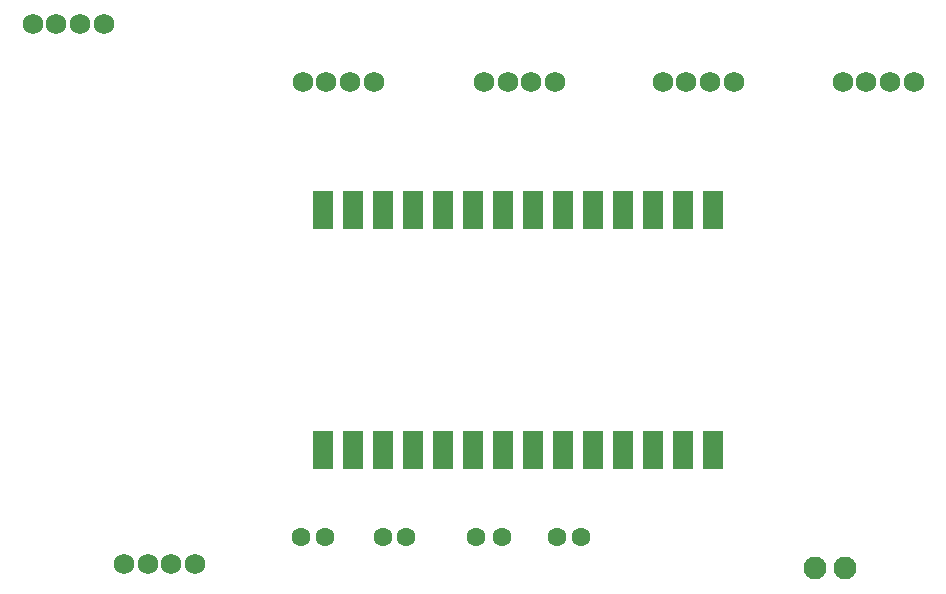
<source format=gbs>
G04 Layer: BottomSolderMaskLayer*
G04 EasyEDA v6.4.25, 2021-11-24T08:33:18+01:00*
G04 bd25dea3b5db44dbbe4f44f780b62c0e,10*
G04 Gerber Generator version 0.2*
G04 Scale: 100 percent, Rotated: No, Reflected: No *
G04 Dimensions in millimeters *
G04 leading zeros omitted , absolute positions ,4 integer and 5 decimal *
%FSLAX45Y45*%
%MOMM*%

%ADD20C,1.7272*%
%ADD22C,1.9532*%
%ADD23C,1.6032*%

%LPD*%
D20*
G01*
X10622000Y9423400D03*
G01*
X10822000Y9423400D03*
G01*
X11021999Y9423400D03*
G01*
X11221999Y9423400D03*
G01*
X11996699Y4851400D03*
G01*
X11396700Y4851400D03*
G01*
X11596700Y4851400D03*
G01*
X11796699Y4851400D03*
G01*
X18079999Y8928100D03*
G01*
X17480000Y8928100D03*
G01*
X17680000Y8928100D03*
G01*
X17879999Y8928100D03*
G36*
X12995909Y5656326D02*
G01*
X12995909Y5976873D01*
X13166090Y5976873D01*
X13166090Y5656326D01*
G37*
G36*
X13249909Y5656326D02*
G01*
X13249909Y5976873D01*
X13420090Y5976873D01*
X13420090Y5656326D01*
G37*
G36*
X13503909Y5656326D02*
G01*
X13503909Y5976873D01*
X13674090Y5976873D01*
X13674090Y5656326D01*
G37*
G36*
X13757909Y5656326D02*
G01*
X13757909Y5976873D01*
X13928090Y5976873D01*
X13928090Y5656326D01*
G37*
G36*
X14265909Y5656326D02*
G01*
X14265909Y5976873D01*
X14436090Y5976873D01*
X14436090Y5656326D01*
G37*
G36*
X14519909Y5656326D02*
G01*
X14519909Y5976873D01*
X14690090Y5976873D01*
X14690090Y5656326D01*
G37*
G36*
X14773909Y5656326D02*
G01*
X14773909Y5976873D01*
X14944090Y5976873D01*
X14944090Y5656326D01*
G37*
G36*
X15027909Y5656326D02*
G01*
X15027909Y5976873D01*
X15198090Y5976873D01*
X15198090Y5656326D01*
G37*
G36*
X15281909Y5656326D02*
G01*
X15281909Y5976873D01*
X15452090Y5976873D01*
X15452090Y5656326D01*
G37*
G36*
X15535909Y5656326D02*
G01*
X15535909Y5976873D01*
X15706090Y5976873D01*
X15706090Y5656326D01*
G37*
G36*
X15789909Y5656326D02*
G01*
X15789909Y5976873D01*
X15960090Y5976873D01*
X15960090Y5656326D01*
G37*
G36*
X16043909Y5656326D02*
G01*
X16043909Y5976873D01*
X16214090Y5976873D01*
X16214090Y5656326D01*
G37*
G36*
X16297909Y5656326D02*
G01*
X16297909Y5976873D01*
X16468090Y5976873D01*
X16468090Y5656326D01*
G37*
G36*
X12995909Y7688326D02*
G01*
X12995909Y8008873D01*
X13166090Y8008873D01*
X13166090Y7688326D01*
G37*
G36*
X13249909Y7688326D02*
G01*
X13249909Y8008873D01*
X13420090Y8008873D01*
X13420090Y7688326D01*
G37*
G36*
X13503909Y7688326D02*
G01*
X13503909Y8008873D01*
X13674090Y8008873D01*
X13674090Y7688326D01*
G37*
G36*
X13757909Y7688326D02*
G01*
X13757909Y8008873D01*
X13928090Y8008873D01*
X13928090Y7688326D01*
G37*
G36*
X14011909Y7688326D02*
G01*
X14011909Y8008873D01*
X14182090Y8008873D01*
X14182090Y7688326D01*
G37*
G36*
X14265909Y7688326D02*
G01*
X14265909Y8008873D01*
X14436090Y8008873D01*
X14436090Y7688326D01*
G37*
G36*
X14519909Y7688326D02*
G01*
X14519909Y8008873D01*
X14690090Y8008873D01*
X14690090Y7688326D01*
G37*
G36*
X14773909Y7688326D02*
G01*
X14773909Y8008873D01*
X14944090Y8008873D01*
X14944090Y7688326D01*
G37*
G36*
X15027909Y7688326D02*
G01*
X15027909Y8008873D01*
X15198090Y8008873D01*
X15198090Y7688326D01*
G37*
G36*
X15281909Y7688326D02*
G01*
X15281909Y8008873D01*
X15452090Y8008873D01*
X15452090Y7688326D01*
G37*
G36*
X15535909Y7688326D02*
G01*
X15535909Y8008873D01*
X15706090Y8008873D01*
X15706090Y7688326D01*
G37*
G36*
X15789909Y7688326D02*
G01*
X15789909Y8008873D01*
X15960090Y8008873D01*
X15960090Y7688326D01*
G37*
G36*
X16043909Y7688326D02*
G01*
X16043909Y8008873D01*
X16214090Y8008873D01*
X16214090Y7688326D01*
G37*
G36*
X16297909Y7688326D02*
G01*
X16297909Y8008873D01*
X16468090Y8008873D01*
X16468090Y7688326D01*
G37*
G36*
X14011909Y5656326D02*
G01*
X14011909Y5976873D01*
X14182090Y5976873D01*
X14182090Y5656326D01*
G37*
G01*
X12908000Y8928100D03*
G01*
X13108000Y8928100D03*
G01*
X13307999Y8928100D03*
G01*
X13507999Y8928100D03*
G01*
X14444700Y8928100D03*
G01*
X14644700Y8928100D03*
G01*
X14844699Y8928100D03*
G01*
X15044699Y8928100D03*
G01*
X15956000Y8928100D03*
G01*
X16156000Y8928100D03*
G01*
X16355999Y8928100D03*
G01*
X16555999Y8928100D03*
D22*
G01*
X17246600Y4813300D03*
G01*
X17500600Y4813300D03*
D23*
G01*
X13093700Y5080000D03*
G01*
X12890500Y5080000D03*
G01*
X13589000Y5080000D03*
G01*
X13779500Y5080000D03*
G01*
X14376400Y5080000D03*
G01*
X14592300Y5080000D03*
G01*
X15062200Y5080000D03*
G01*
X15265400Y5080000D03*
M02*

</source>
